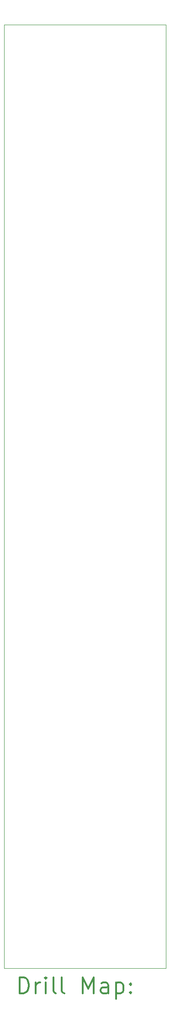
<source format=gbr>
%FSLAX45Y45*%
G04 Gerber Fmt 4.5, Leading zero omitted, Abs format (unit mm)*
G04 Created by KiCad (PCBNEW (5.1.5)-3) date 2020-05-19 17:08:53*
%MOMM*%
%LPD*%
G04 APERTURE LIST*
%TA.AperFunction,Profile*%
%ADD10C,0.050000*%
%TD*%
%ADD11C,0.200000*%
%ADD12C,0.300000*%
G04 APERTURE END LIST*
D10*
X11887200Y-19278600D02*
X14882200Y-19278600D01*
X14882200Y-1803400D02*
X14882200Y-19278600D01*
X11887200Y-1803400D02*
X11887200Y-19278600D01*
X11887200Y-1803400D02*
X14882200Y-1803400D01*
D11*
D12*
X12171128Y-19746814D02*
X12171128Y-19446814D01*
X12242557Y-19446814D01*
X12285414Y-19461100D01*
X12313986Y-19489672D01*
X12328271Y-19518243D01*
X12342557Y-19575386D01*
X12342557Y-19618243D01*
X12328271Y-19675386D01*
X12313986Y-19703957D01*
X12285414Y-19732529D01*
X12242557Y-19746814D01*
X12171128Y-19746814D01*
X12471128Y-19746814D02*
X12471128Y-19546814D01*
X12471128Y-19603957D02*
X12485414Y-19575386D01*
X12499700Y-19561100D01*
X12528271Y-19546814D01*
X12556843Y-19546814D01*
X12656843Y-19746814D02*
X12656843Y-19546814D01*
X12656843Y-19446814D02*
X12642557Y-19461100D01*
X12656843Y-19475386D01*
X12671128Y-19461100D01*
X12656843Y-19446814D01*
X12656843Y-19475386D01*
X12842557Y-19746814D02*
X12813986Y-19732529D01*
X12799700Y-19703957D01*
X12799700Y-19446814D01*
X12999700Y-19746814D02*
X12971128Y-19732529D01*
X12956843Y-19703957D01*
X12956843Y-19446814D01*
X13342557Y-19746814D02*
X13342557Y-19446814D01*
X13442557Y-19661100D01*
X13542557Y-19446814D01*
X13542557Y-19746814D01*
X13813986Y-19746814D02*
X13813986Y-19589672D01*
X13799700Y-19561100D01*
X13771128Y-19546814D01*
X13713986Y-19546814D01*
X13685414Y-19561100D01*
X13813986Y-19732529D02*
X13785414Y-19746814D01*
X13713986Y-19746814D01*
X13685414Y-19732529D01*
X13671128Y-19703957D01*
X13671128Y-19675386D01*
X13685414Y-19646814D01*
X13713986Y-19632529D01*
X13785414Y-19632529D01*
X13813986Y-19618243D01*
X13956843Y-19546814D02*
X13956843Y-19846814D01*
X13956843Y-19561100D02*
X13985414Y-19546814D01*
X14042557Y-19546814D01*
X14071128Y-19561100D01*
X14085414Y-19575386D01*
X14099700Y-19603957D01*
X14099700Y-19689672D01*
X14085414Y-19718243D01*
X14071128Y-19732529D01*
X14042557Y-19746814D01*
X13985414Y-19746814D01*
X13956843Y-19732529D01*
X14228271Y-19718243D02*
X14242557Y-19732529D01*
X14228271Y-19746814D01*
X14213986Y-19732529D01*
X14228271Y-19718243D01*
X14228271Y-19746814D01*
X14228271Y-19561100D02*
X14242557Y-19575386D01*
X14228271Y-19589672D01*
X14213986Y-19575386D01*
X14228271Y-19561100D01*
X14228271Y-19589672D01*
M02*

</source>
